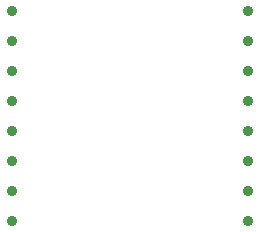
<source format=gbr>
%TF.GenerationSoftware,Altium Limited,Altium Designer,20.2.5 (213)*%
G04 Layer_Color=0*
%FSLAX26Y26*%
%MOIN*%
%TF.SameCoordinates,BE539DE5-043B-4D0A-8C02-F193005B2E19*%
%TF.FilePolarity,Positive*%
%TF.FileFunction,Plated,1,2,PTH,Drill*%
%TF.Part,Single*%
G01*
G75*
%TA.AperFunction,ComponentDrill*%
%ADD18C,0.036000*%
D18*
X2945685Y2843307D02*
D03*
Y2943307D02*
D03*
Y3043307D02*
D03*
Y3143307D02*
D03*
Y3243307D02*
D03*
Y3343307D02*
D03*
Y3443307D02*
D03*
Y3543307D02*
D03*
X3733086Y2843307D02*
D03*
Y2943307D02*
D03*
Y3043307D02*
D03*
Y3143307D02*
D03*
Y3243307D02*
D03*
Y3343307D02*
D03*
Y3443307D02*
D03*
Y3543307D02*
D03*
%TF.MD5,c65c5def2bf3cb883bbd0c1e64d38700*%
M02*

</source>
